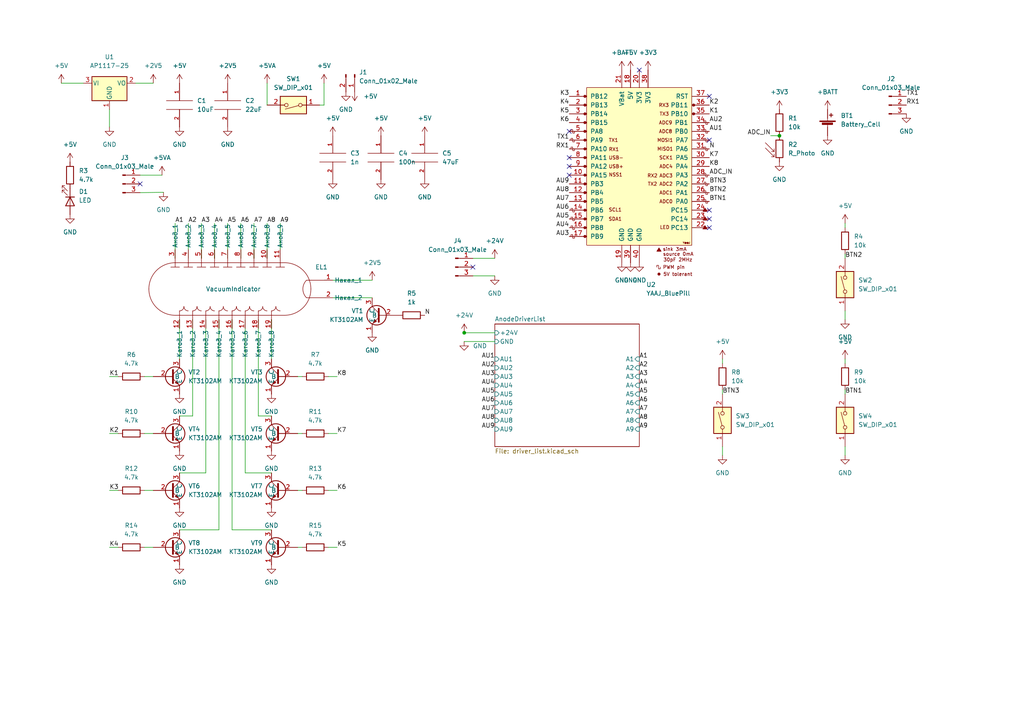
<source format=kicad_sch>
(kicad_sch (version 20211123) (generator eeschema)
  (paper "A4")
  (lib_symbols
    (symbol "Connector:Conn_01x02_Male" (pin_names (offset 1.016) hide)
      (property "Reference" "J" (at 0 2.54 0))
      (property "Value" "Conn_01x02_Male" (at 0 -5.08 0))
      (symbol "Conn_01x02_Male_1_1"
        (polyline (pts (xy 1.27 -2.54) (xy 0.8636 -2.54)) (stroke (width 0.1524)))
        (polyline (pts (xy 1.27 0) (xy 0.8636 0)) (stroke (width 0.1524)))
        (rectangle (start 0.8636 -2.413) (end 0 -2.667) (stroke (width 0.1524)) (fill (type outline)))
        (rectangle (start 0.8636 0.127) (end 0 -0.127) (stroke (width 0.1524)) (fill (type outline)))
        (pin passive line (at 5.08 0 180) (length 3.81) (name "Pin_1") (number "1"))
        (pin passive line (at 5.08 -2.54 180) (length 3.81) (name "Pin_2") (number "2"))
      )
    )
    (symbol "Connector:Conn_01x03_Male" (pin_names (offset 1.016) hide)
      (property "Reference" "J" (at 0 5.08 0))
      (property "Value" "Conn_01x03_Male" (at 0 -5.08 0))
      (symbol "Conn_01x03_Male_1_1"
        (polyline (pts (xy 1.27 -2.54) (xy 0.8636 -2.54)) (stroke (width 0.1524)))
        (polyline (pts (xy 1.27 0) (xy 0.8636 0)) (stroke (width 0.1524)))
        (polyline (pts (xy 1.27 2.54) (xy 0.8636 2.54)) (stroke (width 0.1524)))
        (rectangle (start 0.8636 -2.413) (end 0 -2.667) (stroke (width 0.1524)) (fill (type outline)))
        (rectangle (start 0.8636 0.127) (end 0 -0.127) (stroke (width 0.1524)) (fill (type outline)))
        (rectangle (start 0.8636 2.667) (end 0 2.413) (stroke (width 0.1524)) (fill (type outline)))
        (pin passive line (at 5.08 2.54 180) (length 3.81) (name "Pin_1") (number "1"))
        (pin passive line (at 5.08 0 180) (length 3.81) (name "Pin_2") (number "2"))
        (pin passive line (at 5.08 -2.54 180) (length 3.81) (name "Pin_3") (number "3"))
      )
    )
    (symbol "Device:Battery_Cell" (pin_numbers hide) (pin_names (offset 0) hide)
      (property "Reference" "BT" (at 2.54 2.54 0))
      (property "Value" "Battery_Cell" (at 2.54 0 0))
      (symbol "Battery_Cell_0_1"
        (rectangle (start -2.286 1.778) (end 2.286 1.524) (fill (type outline)))
        (rectangle (start -1.5748 1.1938) (end 1.4732 0.6858) (fill (type outline)))
        (polyline (pts (xy 0 0.762) (xy 0 0)))
        (polyline (pts (xy 0 1.778) (xy 0 2.54)))
        (polyline (pts (xy 0.508 3.429) (xy 1.524 3.429)) (stroke (width 0.254)))
        (polyline (pts (xy 1.016 3.937) (xy 1.016 2.921)) (stroke (width 0.254)))
      )
      (symbol "Battery_Cell_1_1"
        (pin passive line (at 0 5.08 270) (length 2.54) (name "+") (number "1"))
        (pin passive line (at 0 -2.54 90) (length 2.54) (name "-") (number "2"))
      )
    )
    (symbol "Device:LED" (pin_numbers hide) (pin_names (offset 1.016) hide)
      (property "Reference" "D" (at 0 2.54 0))
      (property "Value" "LED" (at 0 -2.54 0))
      (symbol "LED_0_1"
        (polyline (pts (xy -1.27 -1.27) (xy -1.27 1.27)) (stroke (width 0.254)))
        (polyline (pts (xy -1.27 0) (xy 1.27 0)))
        (polyline (pts (xy 1.27 -1.27) (xy 1.27 1.27) (xy -1.27 0) (xy 1.27 -1.27)) (stroke (width 0.254)))
        (polyline (pts (xy -3.048 -0.762) (xy -4.572 -2.286) (xy -3.81 -2.286) (xy -4.572 -2.286) (xy -4.572 -1.524)))
        (polyline (pts (xy -1.778 -0.762) (xy -3.302 -2.286) (xy -2.54 -2.286) (xy -3.302 -2.286) (xy -3.302 -1.524)))
      )
      (symbol "LED_1_1"
        (pin passive line (at -3.81 0 0) (length 2.54) (name "K") (number "1"))
        (pin passive line (at 3.81 0 180) (length 2.54) (name "A") (number "2"))
      )
    )
    (symbol "Device:R" (pin_numbers hide) (pin_names (offset 0))
      (property "Reference" "R" (at 2.032 0 90))
      (property "Value" "R" (at 0 0 90))
      (symbol "R_0_1"
        (rectangle (start -1.016 -2.54) (end 1.016 2.54) (stroke (width 0.254)))
      )
      (symbol "R_1_1"
        (pin passive line (at 0 3.81 270) (length 1.27) (name "~") (number "1"))
        (pin passive line (at 0 -3.81 90) (length 1.27) (name "~") (number "2"))
      )
    )
    (symbol "Device:R_Photo" (pin_numbers hide) (pin_names (offset 0))
      (property "Reference" "R" (at 1.27 1.27 0))
      (property "Value" "R_Photo" (at 1.27 0 0))
      (symbol "R_Photo_0_1"
        (rectangle (start -1.016 2.54) (end 1.016 -2.54) (stroke (width 0.254)))
        (polyline (pts (xy -1.524 -2.286) (xy -4.064 0.254)))
        (polyline (pts (xy -1.524 -2.286) (xy -2.286 -2.286)))
        (polyline (pts (xy -1.524 -2.286) (xy -1.524 -1.524)))
        (polyline (pts (xy -1.524 -0.762) (xy -4.064 1.778)))
        (polyline (pts (xy -1.524 -0.762) (xy -2.286 -0.762)))
        (polyline (pts (xy -1.524 -0.762) (xy -1.524 0)))
      )
      (symbol "R_Photo_1_1"
        (pin passive line (at 0 3.81 270) (length 1.27) (name "~") (number "1"))
        (pin passive line (at 0 -3.81 90) (length 1.27) (name "~") (number "2"))
      )
    )
    (symbol "ProjectLib:KT3102AM"
      (property "Reference" "VT" (at -2.54 5.08 0))
      (property "Value" "KT3102AM" (at 8.89 5.08 0))
      (symbol "KT3102AM_0_1"
        (polyline (pts (xy -0.635 0.635) (xy 1.27 2.54)))
        (polyline (pts (xy -0.635 -0.635) (xy 1.27 -2.54) (xy 1.27 -2.54)))
        (polyline (pts (xy -0.635 1.905) (xy -0.635 -1.905) (xy -0.635 -1.905)) (stroke (width 0.508)))
        (polyline (pts (xy 0 -1.778) (xy 0.508 -1.27) (xy 1.016 -2.286) (xy 0 -1.778) (xy 0 -1.778)) (fill (type outline)))
        (circle (center 0 0) (radius 2.8194) (stroke (width 0.254)))
      )
      (symbol "KT3102AM_1_1"
        (pin passive line (at 1.27 -5.08 90) (length 2.54) (name "E") (number "1"))
        (pin passive line (at -6.35 0 0) (length 5.715) (name "B") (number "2"))
        (pin passive line (at 1.27 5.08 270) (length 2.54) (name "C") (number "3"))
      )
    )
    (symbol "ProjectLib:VacuumIndicator"
      (property "Reference" "EL" (at 22.86 1.27 0))
      (property "Value" "VacuumIndicator" (at 0 -7.62 0))
      (symbol "VacuumIndicator_0_1"
        (arc (start -24.13 -7.62) (mid -21.8982 -13.0082) (end -16.51 -15.24))
        (arc (start -16.51 0) (mid -21.8982 -2.2318) (end -24.13 -7.62))
        (arc (start -15.24 -13.97) (mid -13.072 -14.868) (end -13.97 -12.7))
        (arc (start -13.97 -12.7) (mid -14.868 -14.868) (end -12.7 -13.97))
        (arc (start -11.43 -13.97) (mid -9.262 -14.868) (end -10.16 -12.7))
        (arc (start -10.16 -12.7) (mid -11.058 -14.868) (end -8.89 -13.97))
        (arc (start -7.62 -13.97) (mid -5.452 -14.868) (end -6.35 -12.7))
        (arc (start -6.35 -12.7) (mid -7.248 -14.868) (end -5.08 -13.97))
        (arc (start -3.81 -13.97) (mid -1.642 -14.868) (end -2.54 -12.7))
        (arc (start -2.54 -12.7) (mid -3.438 -14.868) (end -1.27 -13.97))
        (arc (start 0 -13.97) (mid 2.168 -14.868) (end 1.27 -12.7))
        (polyline (pts (xy -16.51 -15.24) (xy -3.81 -15.24)))
        (polyline (pts (xy -16.51 0) (xy -3.81 0)))
        (polyline (pts (xy -15.24 -13.97) (xy -15.24 -16.51)))
        (polyline (pts (xy -11.43 -13.97) (xy -11.43 -16.51)))
        (polyline (pts (xy -7.62 -13.97) (xy -7.62 -16.51)))
        (polyline (pts (xy -3.81 -13.97) (xy -3.81 -16.51)))
        (polyline (pts (xy 0 -13.97) (xy 0 -16.51)))
        (polyline (pts (xy 3.81 -13.97) (xy 3.81 -16.51)))
        (polyline (pts (xy 7.62 -13.97) (xy 7.62 -16.51)))
        (polyline (pts (xy 11.43 -13.97) (xy 11.43 -16.51)))
        (polyline (pts (xy 15.24 -15.24) (xy -3.8102 -15.2398)))
        (polyline (pts (xy 15.24 0) (xy -3.8102 0.0002)))
        (polyline (pts (xy 21.59 -10.16) (xy 26.67 -10.16)))
        (polyline (pts (xy 21.59 -5.08) (xy 26.67 -5.08)))
        (polyline (pts (xy -16.51 1.27) (xy -16.51 -1.27) (xy -17.78 -1.27) (xy -15.24 -1.27)))
        (polyline (pts (xy -12.7 1.27) (xy -12.7 -1.27) (xy -13.97 -1.27) (xy -11.43 -1.27)))
        (polyline (pts (xy -8.89 1.27) (xy -8.89 -1.27) (xy -10.16 -1.27) (xy -7.62 -1.27)))
        (polyline (pts (xy -5.08 1.27) (xy -5.08 -1.27) (xy -6.35 -1.27) (xy -3.81 -1.27)))
        (polyline (pts (xy -1.27 1.27) (xy -1.27 -1.27) (xy -2.54 -1.27) (xy 0 -1.27)))
        (polyline (pts (xy 2.54 1.27) (xy 2.54 -1.27) (xy 1.27 -1.27) (xy 3.81 -1.27)))
        (polyline (pts (xy 6.35 1.27) (xy 6.35 -1.27) (xy 5.08 -1.27) (xy 7.62 -1.27)))
        (polyline (pts (xy 10.16 1.27) (xy 10.16 -1.27) (xy 8.89 -1.27) (xy 11.43 -1.27)))
        (polyline (pts (xy 13.97 1.27) (xy 13.97 -1.27) (xy 12.7 -1.27) (xy 15.24 -1.27)))
        (arc (start 1.27 -12.7) (mid 0.372 -14.868) (end 2.54 -13.97))
        (arc (start 3.81 -13.97) (mid 5.978 -14.868) (end 5.08 -12.7))
        (arc (start 5.08 -12.7) (mid 4.182 -14.868) (end 6.35 -13.97))
        (arc (start 7.62 -13.97) (mid 9.788 -14.868) (end 8.89 -12.7))
        (arc (start 8.89 -12.7) (mid 7.992 -14.868) (end 10.16 -13.97))
        (arc (start 11.43 -13.97) (mid 13.598 -14.868) (end 12.7 -12.7))
        (arc (start 12.7 -12.7) (mid 11.802 -14.868) (end 13.97 -13.97))
        (arc (start 15.2398 -15.2398) (mid 20.628 -13.008) (end 22.8598 -7.6198))
        (arc (start 21.59 -5.08) (mid 20.5379 -7.62) (end 21.59 -10.16))
        (arc (start 22.8598 -7.6198) (mid 20.628 -2.2316) (end 15.2398 0.0002))
      )
      (symbol "VacuumIndicator_1_1"
        (pin power_in line (at 26.67 -5.08 0) (length 2.54) (name "Накал_1") (number "1"))
        (pin input line (at 10.16 1.27 90) (length 2.54) (name "Анод_8") (number "10"))
        (pin input line (at 13.97 1.27 90) (length 2.54) (name "Анод_9") (number "11"))
        (pin input line (at -15.24 -16.51 270) (length 2.54) (name "Катод_1") (number "12"))
        (pin input line (at -11.43 -16.51 270) (length 2.54) (name "Катод_2") (number "13"))
        (pin input line (at -7.62 -16.51 270) (length 2.54) (name "Катод_3") (number "14"))
        (pin input line (at -3.81 -16.51 270) (length 2.54) (name "Катод_4") (number "15"))
        (pin input line (at 0 -16.51 270) (length 2.54) (name "Катод_5") (number "16"))
        (pin input line (at 3.81 -16.51 270) (length 2.54) (name "Катод_6") (number "17"))
        (pin input line (at 7.62 -16.51 270) (length 2.54) (name "Катод_7") (number "18"))
        (pin input line (at 11.43 -16.51 270) (length 2.54) (name "Катод_8") (number "19"))
        (pin power_in line (at 26.67 -10.16 0) (length 2.54) (name "Накал_2") (number "2"))
        (pin input line (at -16.51 1.27 90) (length 2.54) (name "Анод_1") (number "3"))
        (pin input line (at -12.7 1.27 90) (length 2.54) (name "Анод_2") (number "4"))
        (pin input line (at -8.89 1.27 90) (length 2.54) (name "Анод_3") (number "5"))
        (pin input line (at -5.08 1.27 90) (length 2.54) (name "Анод_4") (number "6"))
        (pin input line (at -1.27 1.27 90) (length 2.54) (name "Анод_5") (number "7"))
        (pin input line (at 2.54 1.27 90) (length 2.54) (name "Анод_6") (number "8"))
        (pin input line (at 6.35 1.27 90) (length 2.54) (name "Анод_7") (number "9"))
      )
    )
    (symbol "ProjectLib:YAAJ_BluePill" (pin_names (offset 1.016))
      (property "Reference" "U" (at -13.97 24.13 0))
      (property "Value" "YAAJ_BluePill" (at 0 6.35 90))
      (symbol "YAAJ_BluePill_0_0"
        (circle (center -15.748 -20.32) (radius 0.3556) (fill (type outline)))
        (circle (center -15.748 -17.78) (radius 0.3556) (fill (type outline)))
        (circle (center -15.748 -15.24) (radius 0.3556) (fill (type outline)))
        (circle (center -15.748 -12.7) (radius 0.3556) (fill (type outline)))
        (circle (center -15.748 -10.16) (radius 0.3556) (fill (type outline)))
        (circle (center -15.748 -7.62) (radius 0.3556) (fill (type outline)))
        (circle (center -15.748 -5.08) (radius 0.3556) (fill (type outline)))
        (circle (center -15.748 -2.54) (radius 0.3556) (fill (type outline)))
        (circle (center -15.748 0) (radius 0.3556) (fill (type outline)))
        (circle (center -15.748 2.54) (radius 0.3556) (fill (type outline)))
        (circle (center -15.748 5.08) (radius 0.3556) (fill (type outline)))
        (circle (center -15.748 7.62) (radius 0.3556) (fill (type outline)))
        (circle (center -15.748 10.16) (radius 0.3556) (fill (type outline)))
        (circle (center -15.748 12.7) (radius 0.3556) (fill (type outline)))
        (circle (center -15.748 15.24) (radius 0.3556) (fill (type outline)))
        (circle (center -15.748 20.32) (radius 0.3556) (fill (type outline)))
        (polyline (pts (xy 5.08 -24.638) (xy 5.715 -23.622) (xy 6.35 -24.638) (xy 5.08 -24.638) (xy 5.715 -23.749) (xy 6.223 -24.638) (xy 5.207 -24.511) (xy 5.715 -23.876) (xy 6.096 -24.638) (xy 5.334 -24.384) (xy 5.842 -24.003) (xy 5.969 -24.638) (xy 5.461 -24.257) (xy 5.969 -24.13) (xy 5.842 -24.511) (xy 5.588 -24.257) (xy 5.842 -24.384) (xy 5.715 -24.13)))
        (polyline (pts (xy 18.415 -18.161) (xy 19.05 -17.145) (xy 19.685 -18.161) (xy 18.415 -18.161) (xy 19.05 -17.272) (xy 19.558 -18.161) (xy 18.542 -18.034) (xy 19.05 -17.399) (xy 19.431 -18.161) (xy 18.669 -17.907) (xy 19.177 -17.526) (xy 19.304 -18.161) (xy 18.796 -17.78) (xy 19.304 -17.653) (xy 19.177 -18.034) (xy 18.923 -17.78) (xy 19.177 -17.907) (xy 19.05 -17.653)))
        (polyline (pts (xy 18.415 -15.621) (xy 19.05 -14.605) (xy 19.685 -15.621) (xy 18.415 -15.621) (xy 19.05 -14.732) (xy 19.558 -15.621) (xy 18.542 -15.494) (xy 19.05 -14.859) (xy 19.431 -15.621) (xy 18.669 -15.367) (xy 19.177 -14.986) (xy 19.304 -15.621) (xy 18.796 -15.24) (xy 19.304 -15.113) (xy 19.177 -15.494) (xy 18.923 -15.24) (xy 19.177 -15.367) (xy 19.05 -15.113)))
        (polyline (pts (xy 18.415 -13.081) (xy 19.05 -12.065) (xy 19.685 -13.081) (xy 18.415 -13.081) (xy 19.05 -12.192) (xy 19.558 -13.081) (xy 18.542 -12.954) (xy 19.05 -12.319) (xy 19.431 -13.081) (xy 18.669 -12.827) (xy 19.177 -12.446) (xy 19.304 -13.081) (xy 18.796 -12.7) (xy 19.304 -12.573) (xy 19.177 -12.954) (xy 18.923 -12.7) (xy 19.177 -12.827) (xy 19.05 -12.573)))
        (circle (center 5.715 -31.242) (radius 0.127) (fill (type outline)))
        (circle (center 5.715 -31.242) (radius 0.254))
        (circle (center 5.715 -31.242) (radius 0.3556))
        (circle (center 15.748 15.24) (radius 0.254) (fill (type outline)))
        (circle (center 15.748 15.24) (radius 0.3556))
        (circle (center 15.748 17.78) (radius 0.254) (fill (type outline)))
        (circle (center 15.748 17.78) (radius 0.3556))
        (text "30pF 2MHz" (at 11.176 -27.051 0) (effects (font (size 0.9906 0.9906))))
        (text "5V tolerant" (at 11.176 -31.242 0) (effects (font (size 0.9906 0.9906))))
        (text "ADC0" (at 7.747 -10.16 0) (effects (font (size 0.9906 0.9906))))
        (text "ADC1" (at 7.747 -7.62 0) (effects (font (size 0.9906 0.9906))))
        (text "ADC2" (at 7.747 -5.08 0) (effects (font (size 0.9906 0.9906))))
        (text "ADC3" (at 7.747 -2.667 0) (effects (font (size 0.9906 0.9906))))
        (text "ADC4" (at 7.747 0 0) (effects (font (size 0.9906 0.9906))))
        (text "ADC8" (at 7.62 10.16 0) (effects (font (size 0.9906 0.9906))))
        (text "ADC9" (at 7.62 12.7 0) (effects (font (size 0.9906 0.9906))))
        (text "LED" (at 7.366 -17.653 0) (effects (font (size 0.9906 0.9906))))
        (text "MISO1" (at 7.493 5.08 0) (effects (font (size 0.9906 0.9906))))
        (text "MOSI1" (at 7.493 7.62 0) (effects (font (size 0.9906 0.9906))))
        (text "NSS1" (at -6.858 -2.413 0) (effects (font (size 0.9906 0.9906))))
        (text "PWM pin" (at 10.033 -29.21 0) (effects (font (size 0.9906 0.9906))))
        (text "RX1" (at -7.366 4.953 0) (effects (font (size 0.9906 0.9906))))
        (text "RX2" (at 3.81 -2.667 0) (effects (font (size 0.9906 0.9906))))
        (text "RX3" (at 7.112 17.78 0) (effects (font (size 0.9906 0.9906))))
        (text "SCK1" (at 7.747 2.54 0) (effects (font (size 0.9906 0.9906))))
        (text "SCL1" (at -6.985 -12.573 0) (effects (font (size 0.9906 0.9906))))
        (text "SDA1" (at -6.985 -15.24 0) (effects (font (size 0.9906 0.9906))))
        (text "sink 3mA" (at 10.287 -24.003 0) (effects (font (size 0.9906 0.9906))))
        (text "source 0mA" (at 11.303 -25.4 0) (effects (font (size 0.9906 0.9906))))
        (text "TX1" (at -7.493 7.62 0) (effects (font (size 0.9906 0.9906))))
        (text "TX2" (at 3.81 -5.08 0) (effects (font (size 0.9906 0.9906))))
        (text "TX3" (at 7.239 15.24 0) (effects (font (size 0.9906 0.9906))))
        (text "USB+" (at -6.731 0 0) (effects (font (size 0.9906 0.9906))))
        (text "USB-" (at -6.731 2.54 0) (effects (font (size 0.9906 0.9906))))
        (text "Y@@J" (at 13.6906 -22.1488 0) (effects (font (size 0.508 0.508))))
      )
      (symbol "YAAJ_BluePill_0_1"
        (rectangle (start -15.24 22.86) (end 15.24 -22.86) (fill (type background)))
        (polyline (pts (xy -18.796 -20.32) (xy -18.796 -20.828) (xy -19.304 -20.828) (xy -19.304 -19.812) (xy -19.812 -19.812) (xy -19.812 -20.32)))
        (polyline (pts (xy -18.796 -17.78) (xy -18.796 -18.288) (xy -19.304 -18.288) (xy -19.304 -17.272) (xy -19.812 -17.272) (xy -19.812 -17.78)))
        (polyline (pts (xy -18.796 -15.24) (xy -18.796 -15.748) (xy -19.304 -15.748) (xy -19.304 -14.732) (xy -19.812 -14.732) (xy -19.812 -15.24)))
        (polyline (pts (xy -18.796 -12.7) (xy -18.796 -13.208) (xy -19.304 -13.208) (xy -19.304 -12.192) (xy -19.812 -12.192) (xy -19.812 -12.7)))
        (polyline (pts (xy -18.796 5.08) (xy -18.796 4.572) (xy -19.304 4.572) (xy -19.304 5.588) (xy -19.812 5.588) (xy -19.812 5.08)))
        (polyline (pts (xy -18.796 7.62) (xy -18.796 7.112) (xy -19.304 7.112) (xy -19.304 8.128) (xy -19.812 8.128) (xy -19.812 7.62)))
        (polyline (pts (xy -18.796 10.16) (xy -18.796 9.652) (xy -19.304 9.652) (xy -19.304 10.668) (xy -19.812 10.668) (xy -19.812 10.16)))
        (polyline (pts (xy 6.096 -29.21) (xy 6.096 -29.718) (xy 5.588 -29.718) (xy 5.588 -28.702) (xy 5.08 -28.702) (xy 5.08 -29.21)))
        (polyline (pts (xy 19.812 -10.16) (xy 19.812 -10.668) (xy 19.304 -10.668) (xy 19.304 -9.652) (xy 18.796 -9.652) (xy 18.796 -10.16)))
        (polyline (pts (xy 19.812 -7.62) (xy 19.812 -8.128) (xy 19.304 -8.128) (xy 19.304 -7.112) (xy 18.796 -7.112) (xy 18.796 -7.62)))
        (polyline (pts (xy 19.812 -5.08) (xy 19.812 -5.588) (xy 19.304 -5.588) (xy 19.304 -4.572) (xy 18.796 -4.572) (xy 18.796 -5.08)))
        (polyline (pts (xy 19.812 -2.54) (xy 19.812 -3.048) (xy 19.304 -3.048) (xy 19.304 -2.032) (xy 18.796 -2.032) (xy 18.796 -2.54)))
        (polyline (pts (xy 19.812 5.08) (xy 19.812 4.572) (xy 19.304 4.572) (xy 19.304 5.588) (xy 18.796 5.588) (xy 18.796 5.08)))
        (polyline (pts (xy 19.812 7.62) (xy 19.812 7.112) (xy 19.304 7.112) (xy 19.304 8.128) (xy 18.796 8.128) (xy 18.796 7.62)))
        (polyline (pts (xy 19.812 10.16) (xy 19.812 9.652) (xy 19.304 9.652) (xy 19.304 10.668) (xy 18.796 10.668) (xy 18.796 10.16)))
        (polyline (pts (xy 19.812 12.7) (xy 19.812 12.192) (xy 19.304 12.192) (xy 19.304 13.208) (xy 18.796 13.208) (xy 18.796 12.7)))
      )
      (symbol "YAAJ_BluePill_1_1"
        (circle (center -15.748 17.78) (radius 0.3556) (fill (type outline)))
        (pin bidirectional line (at -20.32 20.32 0) (length 5.08) (name "PB12") (number "1"))
        (pin bidirectional line (at -20.32 -2.54 0) (length 5.08) (name "PA15") (number "10"))
        (pin bidirectional line (at -20.32 -5.08 0) (length 5.08) (name "PB3") (number "11"))
        (pin bidirectional line (at -20.32 -7.62 0) (length 5.08) (name "PB4") (number "12"))
        (pin bidirectional line (at -20.32 -10.16 0) (length 5.08) (name "PB5") (number "13"))
        (pin bidirectional line (at -20.32 -12.7 0) (length 5.08) (name "PB6") (number "14"))
        (pin bidirectional line (at -20.32 -15.24 0) (length 5.08) (name "PB7") (number "15"))
        (pin bidirectional line (at -20.32 -17.78 0) (length 5.08) (name "PB8") (number "16"))
        (pin bidirectional line (at -20.32 -20.32 0) (length 5.08) (name "PB9") (number "17"))
        (pin power_in line (at -2.54 27.94 270) (length 5.08) (name "5V") (number "18"))
        (pin power_in line (at -5.08 -27.94 90) (length 5.08) (name "GND") (number "19"))
        (pin bidirectional line (at -20.32 17.78 0) (length 5.08) (name "PB13") (number "2"))
        (pin power_in line (at 0 27.94 270) (length 5.08) (name "3V3") (number "20"))
        (pin power_in line (at -5.08 27.94 270) (length 5.08) (name "VBat") (number "21"))
        (pin bidirectional line (at 20.32 -17.78 180) (length 5.08) (name "PC13") (number "22"))
        (pin bidirectional line (at 20.32 -15.24 180) (length 5.08) (name "PC14") (number "23"))
        (pin bidirectional line (at 20.32 -12.7 180) (length 5.08) (name "PC15") (number "24"))
        (pin bidirectional line (at 20.32 -10.16 180) (length 5.08) (name "PA0") (number "25"))
        (pin bidirectional line (at 20.32 -7.62 180) (length 5.08) (name "PA1") (number "26"))
        (pin bidirectional line (at 20.32 -5.08 180) (length 5.08) (name "PA2") (number "27"))
        (pin bidirectional line (at 20.32 -2.54 180) (length 5.08) (name "PA3") (number "28"))
        (pin bidirectional line (at 20.32 0 180) (length 5.08) (name "PA4") (number "29"))
        (pin bidirectional line (at -20.32 15.24 0) (length 5.08) (name "PB14") (number "3"))
        (pin bidirectional line (at 20.32 2.54 180) (length 5.08) (name "PA5") (number "30"))
        (pin bidirectional line (at 20.32 5.08 180) (length 5.08) (name "PA6") (number "31"))
        (pin bidirectional line (at 20.32 7.62 180) (length 5.08) (name "PA7") (number "32"))
        (pin bidirectional line (at 20.32 10.16 180) (length 5.08) (name "PB0") (number "33"))
        (pin bidirectional line (at 20.32 12.7 180) (length 5.08) (name "PB1") (number "34"))
        (pin bidirectional line (at 20.32 15.24 180) (length 5.08) (name "PB10") (number "35"))
        (pin bidirectional line (at 20.32 17.78 180) (length 5.08) (name "PB11") (number "36"))
        (pin input line (at 20.32 20.32 180) (length 5.08) (name "RST") (number "37"))
        (pin power_in line (at 2.54 27.94 270) (length 5.08) (name "3V3") (number "38"))
        (pin power_in line (at -2.54 -27.94 90) (length 5.08) (name "GND") (number "39"))
        (pin bidirectional line (at -20.32 12.7 0) (length 5.08) (name "PB15") (number "4"))
        (pin power_in line (at 0 -27.94 90) (length 5.08) (name "GND") (number "40"))
        (pin bidirectional line (at -20.32 10.16 0) (length 5.08) (name "PA8") (number "5"))
        (pin bidirectional line (at -20.32 7.62 0) (length 5.08) (name "PA9") (number "6"))
        (pin bidirectional line (at -20.32 5.08 0) (length 5.08) (name "PA10") (number "7"))
        (pin bidirectional line (at -20.32 2.54 0) (length 5.08) (name "PA11") (number "8"))
        (pin bidirectional line (at -20.32 0 0) (length 5.08) (name "PA12") (number "9"))
      )
    )
    (symbol "Regulator_Linear:AP1117-25" (pin_names (offset 0.254))
      (property "Reference" "U" (at -3.81 3.175 0))
      (property "Value" "AP1117-25" (at 0 3.175 0))
      (symbol "AP1117-25_0_1"
        (rectangle (start -5.08 -5.08) (end 5.08 1.905) (stroke (width 0.254)) (fill (type background)))
      )
      (symbol "AP1117-25_1_1"
        (pin power_in line (at 0 -7.62 90) (length 2.54) (name "GND") (number "1"))
        (pin power_out line (at 7.62 0 180) (length 2.54) (name "VO") (number "2"))
        (pin power_in line (at -7.62 0 0) (length 2.54) (name "VI") (number "3"))
      )
    )
    (symbol "Switch:SW_DIP_x01" (pin_names (offset 0) hide)
      (property "Reference" "SW" (at 0 3.81 0))
      (property "Value" "SW_DIP_x01" (at 0 -3.81 0))
      (symbol "SW_DIP_x01_0_0"
        (circle (center -2.032 0) (radius 0.508))
        (polyline (pts (xy -1.524 0.127) (xy 2.3622 1.1684)))
        (circle (center 2.032 0) (radius 0.508))
      )
      (symbol "SW_DIP_x01_0_1"
        (rectangle (start -3.81 2.54) (end 3.81 -2.54) (stroke (width 0.254)) (fill (type background)))
      )
      (symbol "SW_DIP_x01_1_1"
        (pin passive line (at -7.62 0 0) (length 5.08) (name "~") (number "1"))
        (pin passive line (at 7.62 0 180) (length 5.08) (name "~") (number "2"))
      )
    )
    (symbol "power:+24V" (power) (pin_names (offset 0))
      (property "Value" "+24V" (at 0 3.556 0))
      (symbol "+24V_0_1"
        (polyline (pts (xy -0.762 1.27) (xy 0 2.54)))
        (polyline (pts (xy 0 0) (xy 0 2.54)))
        (polyline (pts (xy 0 2.54) (xy 0.762 1.27)))
      )
      (symbol "+24V_1_1"
        (pin power_in line (at 0 0 90) (length 0) hide (name "+24V") (number "1"))
      )
    )
    (symbol "power:+2V5" (power) (pin_names (offset 0))
      (property "Value" "+2V5" (at 0 3.556 0))
      (symbol "+2V5_0_1"
        (polyline (pts (xy -0.762 1.27) (xy 0 2.54)))
        (polyline (pts (xy 0 0) (xy 0 2.54)))
        (polyline (pts (xy 0 2.54) (xy 0.762 1.27)))
      )
      (symbol "+2V5_1_1"
        (pin power_in line (at 0 0 90) (length 0) hide (name "+2V5") (number "1"))
      )
    )
    (symbol "power:+3V3" (power) (pin_names (offset 0))
      (property "Value" "+3V3" (at 0 3.556 0))
      (symbol "+3V3_0_1"
        (polyline (pts (xy -0.762 1.27) (xy 0 2.54)))
        (polyline (pts (xy 0 0) (xy 0 2.54)))
        (polyline (pts (xy 0 2.54) (xy 0.762 1.27)))
      )
      (symbol "+3V3_1_1"
        (pin power_in line (at 0 0 90) (length 0) hide (name "+3V3") (number "1"))
      )
    )
    (symbol "power:+5V" (power) (pin_names (offset 0))
      (property "Value" "+5V" (at 0 3.556 0))
      (symbol "+5V_0_1"
        (polyline (pts (xy -0.762 1.27) (xy 0 2.54)))
        (polyline (pts (xy 0 0) (xy 0 2.54)))
        (polyline (pts (xy 0 2.54) (xy 0.762 1.27)))
      )
      (symbol "+5V_1_1"
        (pin power_in line (at 0 0 90) (length 0) hide (name "+5V") (number "1"))
      )
    )
    (symbol "power:+5VA" (power) (pin_names (offset 0))
      (property "Value" "+5VA" (at 0 3.556 0))
      (symbol "+5VA_0_1"
        (polyline (pts (xy -0.762 1.27) (xy 0 2.54)))
        (polyline (pts (xy 0 0) (xy 0 2.54)))
        (polyline (pts (xy 0 2.54) (xy 0.762 1.27)))
      )
      (symbol "+5VA_1_1"
        (pin power_in line (at 0 0 90) (length 0) hide (name "+5VA") (number "1"))
      )
    )
    (symbol "power:+BATT" (power) (pin_names (offset 0))
      (property "Value" "+BATT" (at 0 3.556 0))
      (symbol "+BATT_0_1"
        (polyline (pts (xy -0.762 1.27) (xy 0 2.54)))
        (polyline (pts (xy 0 0) (xy 0 2.54)))
        (polyline (pts (xy 0 2.54) (xy 0.762 1.27)))
      )
      (symbol "+BATT_1_1"
        (pin power_in line (at 0 0 90) (length 0) hide (name "+BATT") (number "1"))
      )
    )
    (symbol "power:GND" (power) (pin_names (offset 0))
      (property "Value" "GND" (at 0 -3.81 0))
      (symbol "GND_0_1"
        (polyline (pts (xy 0 0) (xy 0 -1.27) (xy 1.27 -1.27) (xy 0 -2.54) (xy -1.27 -1.27) (xy 0 -1.27)))
      )
      (symbol "GND_1_1"
        (pin power_in line (at 0 0 270) (length 0) hide (name "GND") (number "1"))
      )
    )
    (symbol "pspice:CAP" (pin_names (offset 0.254))
      (property "Reference" "C" (at 2.54 3.81 90))
      (property "Value" "CAP" (at 2.54 -3.81 90))
      (symbol "CAP_0_1"
        (polyline (pts (xy -3.81 -1.27) (xy 3.81 -1.27)))
        (polyline (pts (xy -3.81 1.27) (xy 3.81 1.27)))
      )
      (symbol "CAP_1_1"
        (pin passive line (at 0 6.35 270) (length 5.08) (name "~") (number "1"))
        (pin passive line (at 0 -6.35 90) (length 5.08) (name "~") (number "2"))
      )
    )
  )
  (junction (at 226.06 39.37))
  (junction (at 134.6445 96.52))
  (no_connect (at 205.74 60.96))
  (no_connect (at 137.16 77.47))
  (no_connect (at 205.74 40.64))
  (no_connect (at 40.64 53.34))
  (no_connect (at 185.42 20.32))
  (no_connect (at 165.1 45.72))
  (no_connect (at 205.74 66.04))
  (no_connect (at 165.1 38.1))
  (no_connect (at 165.1 50.8))
  (no_connect (at 165.1 48.26))
  (no_connect (at 205.74 63.5))
  (no_connect (at 205.74 27.94))
  (wire (pts (xy 209.55 113.03) (xy 209.55 114.3)))
  (wire (pts (xy 134.6445 96.52) (xy 143.51 96.52)))
  (wire (pts (xy 209.55 104.14) (xy 209.55 105.41)))
  (wire (pts (xy 66.04 64.77) (xy 66.04 74.93)))
  (wire (pts (xy 59.69 137.16) (xy 59.69 92.71)))
  (wire (pts (xy 39.37 24.13) (xy 44.45 24.13)))
  (wire (pts (xy 97.79 158.75) (xy 95.25 158.75)))
  (wire (pts (xy 31.75 142.24) (xy 34.29 142.24)))
  (wire (pts (xy 223.52 39.37) (xy 226.06 39.37)))
  (wire (pts (xy 78.74 92.71) (xy 78.74 104.14)))
  (wire (pts (xy 87.63 109.22) (xy 86.36 109.22)))
  (wire (pts (xy 93.98 30.48) (xy 93.98 24.13)))
  (wire (pts (xy 31.75 158.75) (xy 34.29 158.75)))
  (wire (pts (xy 71.12 92.71) (xy 71.12 137.16)))
  (wire (pts (xy 134.62 96.52) (xy 134.6445 96.52)))
  (wire (pts (xy 77.47 30.48) (xy 77.47 24.13)))
  (wire (pts (xy 74.93 120.65) (xy 78.74 120.65)))
  (wire (pts (xy 73.66 64.77) (xy 73.66 74.93)))
  (wire (pts (xy 52.07 137.16) (xy 59.69 137.16)))
  (wire (pts (xy 31.75 109.22) (xy 34.29 109.22)))
  (wire (pts (xy 31.75 36.83) (xy 31.75 31.75)))
  (wire (pts (xy 52.07 92.71) (xy 52.07 104.14)))
  (wire (pts (xy 41.91 109.22) (xy 44.45 109.22)))
  (wire (pts (xy 245.11 132.08) (xy 245.11 129.54)))
  (wire (pts (xy 62.23 64.77) (xy 62.23 74.93)))
  (wire (pts (xy 74.93 92.71) (xy 74.93 120.65)))
  (wire (pts (xy 93.98 81.28) (xy 107.95 81.28)))
  (wire (pts (xy 50.8 64.77) (xy 50.8 74.93)))
  (wire (pts (xy 31.75 125.73) (xy 34.29 125.73)))
  (wire (pts (xy 87.63 125.73) (xy 86.36 125.73)))
  (wire (pts (xy 71.12 137.16) (xy 78.74 137.16)))
  (wire (pts (xy 97.79 109.22) (xy 95.25 109.22)))
  (wire (pts (xy 41.91 158.75) (xy 44.45 158.75)))
  (wire (pts (xy 209.55 129.54) (xy 209.55 132.08)))
  (wire (pts (xy 40.64 50.8) (xy 46.99 50.8)))
  (wire (pts (xy 52.07 120.65) (xy 55.88 120.65)))
  (wire (pts (xy 77.47 64.77) (xy 77.47 74.93)))
  (wire (pts (xy 245.11 104.14) (xy 245.11 105.41)))
  (wire (pts (xy 58.42 64.77) (xy 58.42 74.93)))
  (wire (pts (xy 40.64 55.88) (xy 47.4131 55.7717)))
  (wire (pts (xy 67.31 153.67) (xy 78.74 153.67)))
  (wire (pts (xy 245.11 64.77) (xy 245.11 66.04)))
  (wire (pts (xy 81.28 64.77) (xy 81.28 74.93)))
  (wire (pts (xy 87.63 158.75) (xy 86.36 158.75)))
  (wire (pts (xy 63.5 153.67) (xy 63.5 92.71)))
  (wire (pts (xy 97.79 125.73) (xy 95.25 125.73)))
  (wire (pts (xy 17.78 24.13) (xy 24.13 24.13)))
  (wire (pts (xy 41.91 142.24) (xy 44.45 142.24)))
  (wire (pts (xy 69.85 64.77) (xy 69.85 74.93)))
  (wire (pts (xy 52.07 153.67) (xy 63.5 153.67)))
  (wire (pts (xy 245.11 113.03) (xy 245.11 114.3)))
  (wire (pts (xy 137.16 80.01) (xy 143.51 80.01)))
  (wire (pts (xy 92.71 30.48) (xy 93.98 30.48)))
  (wire (pts (xy 67.31 92.71) (xy 67.31 153.67)))
  (wire (pts (xy 41.91 125.73) (xy 44.45 125.73)))
  (wire (pts (xy 134.62 99.06) (xy 143.51 99.06)))
  (wire (pts (xy 245.11 73.66) (xy 245.11 74.93)))
  (wire (pts (xy 87.63 142.24) (xy 86.36 142.24)))
  (wire (pts (xy 245.11 92.71) (xy 245.11 90.17)))
  (wire (pts (xy 55.88 120.65) (xy 55.88 92.71)))
  (wire (pts (xy 143.51 74.93) (xy 137.16 74.93)))
  (wire (pts (xy 97.79 142.24) (xy 95.25 142.24)))
  (wire (pts (xy 93.98 86.36) (xy 107.95 86.36)))
  (wire (pts (xy 54.61 64.77) (xy 54.61 74.93)))
  (label "K2" (at 205.74 30.48 0))
  (label "AU6" (at 143.51 116.84 180))
  (label "AU8" (at 143.51 121.92 180))
  (label "A1" (at 185.42 104.14 0))
  (label "RX1" (at 165.1 43.18 180))
  (label "AU5" (at 165.1 63.5 180))
  (label "BTN2" (at 205.74 55.88 0))
  (label "K2" (at 31.75 125.73 0))
  (label "A9" (at 81.28 64.77 0))
  (label "K3" (at 165.1 27.94 180))
  (label "A2" (at 54.61 64.77 0))
  (label "AU2" (at 205.74 35.56 0))
  (label "AU9" (at 165.1 53.34 180))
  (label "K5" (at 97.79 158.75 0))
  (label "K1" (at 205.74 33.02 0))
  (label "A8" (at 185.42 121.92 0))
  (label "K8" (at 97.79 109.22 0))
  (label "BTN1" (at 205.74 58.42 0))
  (label "K3" (at 31.75 142.24 0))
  (label "A4" (at 62.23 64.77 0))
  (label "AU9" (at 143.51 124.46 180))
  (label "N" (at 205.74 43.18 0))
  (label "AU1" (at 205.74 38.1 0))
  (label "AU7" (at 165.1 58.42 180))
  (label "TX1" (at 262.89 27.94 0))
  (label "K6" (at 97.79 142.24 0))
  (label "ADC_IN" (at 205.74 50.8 0))
  (label "K6" (at 165.1 35.56 180))
  (label "A8" (at 77.47 64.77 0))
  (label "N" (at 123.19 91.44 0))
  (label "BTN1" (at 245.11 114.3 0))
  (label "BTN3" (at 205.74 53.34 0))
  (label "AU4" (at 143.51 111.76 180))
  (label "A3" (at 185.42 109.22 0))
  (label "BTN3" (at 209.55 114.3 0))
  (label "K7" (at 205.74 45.72 0))
  (label "K1" (at 31.75 109.22 0))
  (label "K4" (at 31.75 158.75 0))
  (label "A4" (at 185.42 111.76 0))
  (label "A9" (at 185.42 124.46 0))
  (label "A2" (at 185.42 106.68 0))
  (label "A7" (at 185.42 119.38 0))
  (label "BTN2" (at 245.11 74.93 0))
  (label "A1" (at 50.8 64.77 0))
  (label "K8" (at 205.74 48.26 0))
  (label "K7" (at 97.79 125.73 0))
  (label "K4" (at 165.1 30.48 180))
  (label "A3" (at 58.42 64.77 0))
  (label "RX1" (at 262.89 30.48 0))
  (label "AU2" (at 143.51 106.68 180))
  (label "A5" (at 185.42 114.3 0))
  (label "AU6" (at 165.1 60.96 180))
  (label "A6" (at 185.42 116.84 0))
  (label "AU8" (at 165.1 55.88 180))
  (label "A5" (at 66.04 64.77 0))
  (label "ADC_IN" (at 223.52 39.37 180))
  (label "A6" (at 69.85 64.77 0))
  (label "TX1" (at 165.1 40.64 180))
  (label "AU3" (at 143.51 109.22 180))
  (label "AU7" (at 143.51 119.38 180))
  (label "A7" (at 73.66 64.77 0))
  (label "AU4" (at 165.1 66.04 180))
  (label "AU3" (at 165.1 68.58 180))
  (label "AU1" (at 143.51 104.14 180))
  (label "AU5" (at 143.51 114.3 180))
  (label "K5" (at 165.1 33.02 180))
  (symbol (lib_id "power:GND") (at 78.74 130.81 0) (unit 1)
    (property "Reference" "#PWR046" (effects hide))
    (property "Value" "GND" (at 78.74 135.89 0))
  )
  (symbol (lib_id "ProjectLib:VacuumIndicator") (at 67.31 76.2 0) (unit 1)
    (property "Reference" "EL1" (at 91.44 77.47 0) (effects (justify left)))
    (property "Value" "VacuumIndicator" (at 59.69 83.82 0) (effects (justify left)))
    (property "Footprint" "ProjectLibrary:VauumIndicator_ILC_8-9" (effects hide))
  )
  (symbol (lib_id "power:GND") (at 52.07 163.83 0) (unit 1)
    (property "Reference" "#PWR051" (effects hide))
    (property "Value" "GND" (at 52.07 168.91 0))
  )
  (symbol (lib_id "ProjectLib:KT3102AM") (at 80.01 142.24 0) (mirror y) (unit 1)
    (property "Reference" "VT7" (at 76.2 140.9699 0) (effects (justify left)))
    (property "Value" "KT3102AM" (at 76.2 143.5099 0) (effects (justify left)))
    (property "Footprint" "Package_TO_SOT_THT:TO-92_HandSolder" (effects hide))
  )
  (symbol (lib_id "ProjectLib:KT3102AM") (at 50.8 158.75 0) (unit 1)
    (property "Reference" "VT8" (at 54.61 157.4799 0) (effects (justify left)))
    (property "Value" "KT3102AM" (at 54.61 160.0199 0) (effects (justify left)))
    (property "Footprint" "Package_TO_SOT_THT:TO-92_HandSolder" (effects hide))
  )
  (symbol (lib_id "power:+3V3") (at 226.06 31.75 0) (unit 1)
    (property "Reference" "#PWR012" (effects hide))
    (property "Value" "+3V3" (at 226.06 26.67 0))
  )
  (symbol (lib_id "pspice:CAP") (at 66.04 30.48 0) (unit 1)
    (property "Reference" "C2" (at 71.12 29.2099 0) (effects (justify left)))
    (property "Value" "22uF" (at 71.12 31.7499 0) (effects (justify left)))
    (property "Footprint" "Capacitor_THT:CP_Radial_D6.3mm_P2.50mm" (effects hide))
  )
  (symbol (lib_id "ProjectLib:YAAJ_BluePill") (at 185.42 48.26 0) (unit 1)
    (property "Reference" "U2" (at 187.4394 82.55 0) (effects (justify left)))
    (property "Value" "YAAJ_BluePill" (at 187.4394 85.09 0) (effects (justify left)))
    (property "Footprint" "ProjectLibrary:YAAJ_BluePill_1" (effects hide))
  )
  (symbol (lib_id "Connector:Conn_01x03_Male") (at 257.81 30.48 0) (unit 1)
    (property "Reference" "J2" (at 258.445 22.86 0))
    (property "Value" "Conn_01x03_Male" (at 258.445 25.4 0))
    (property "Footprint" "Connector_PinHeader_2.54mm:PinHeader_1x03_P2.54mm_Vertical" (effects hide))
  )
  (symbol (lib_id "power:GND") (at 226.06 46.99 0) (unit 1)
    (property "Reference" "#PWR023" (effects hide))
    (property "Value" "GND" (at 226.06 52.07 0))
  )
  (symbol (lib_id "power:+5V") (at 245.11 64.77 0) (unit 1)
    (property "Reference" "#PWR030" (effects hide))
    (property "Value" "+5V" (at 245.11 59.69 0))
  )
  (symbol (lib_id "power:GND") (at 245.11 92.71 0) (unit 1)
    (property "Reference" "#PWR037" (effects hide))
    (property "Value" "GND" (at 245.11 97.79 0))
  )
  (symbol (lib_id "Switch:SW_DIP_x01") (at 209.55 121.92 90) (unit 1)
    (property "Reference" "SW3" (at 213.36 120.6499 90) (effects (justify right)))
    (property "Value" "SW_DIP_x01" (at 213.36 123.1899 90) (effects (justify right)))
    (property "Footprint" "Button_Switch_SMD:SW_SPST_FSMSM" (effects hide))
  )
  (symbol (lib_id "Device:R") (at 91.44 109.22 90) (unit 1)
    (property "Reference" "R7" (at 91.44 102.87 90))
    (property "Value" "4.7k" (at 91.44 105.41 90))
    (property "Footprint" "Resistor_SMD:R_0805_2012Metric" (effects hide))
  )
  (symbol (lib_id "power:+5V") (at 102.87 26.67 180) (unit 1)
    (property "Reference" "#PWR011" (effects hide))
    (property "Value" "+5V" (at 105.41 27.9399 0) (effects (justify right)))
  )
  (symbol (lib_id "Connector:Conn_01x03_Male") (at 132.08 77.47 0) (unit 1)
    (property "Reference" "J4" (at 132.715 69.85 0))
    (property "Value" "Conn_01x03_Male" (at 132.715 72.39 0))
    (property "Footprint" "Connector_PinHeader_2.54mm:PinHeader_1x03_P2.54mm_Vertical" (effects hide))
  )
  (symbol (lib_id "power:GND") (at 107.95 96.52 0) (unit 1)
    (property "Reference" "#PWR038" (effects hide))
    (property "Value" "GND" (at 107.95 101.6 0))
  )
  (symbol (lib_id "Device:LED") (at 20.32 58.42 270) (unit 1)
    (property "Reference" "D1" (at 22.86 55.5624 90) (effects (justify left)))
    (property "Value" "LED" (at 22.86 58.1024 90) (effects (justify left)))
    (property "Footprint" "LED_SMD:LED_0805_2012Metric" (effects hide))
  )
  (symbol (lib_id "ProjectLib:KT3102AM") (at 80.01 158.75 0) (mirror y) (unit 1)
    (property "Reference" "VT9" (at 76.2 157.4799 0) (effects (justify left)))
    (property "Value" "KT3102AM" (at 76.2 160.0199 0) (effects (justify left)))
    (property "Footprint" "Package_TO_SOT_THT:TO-92_HandSolder" (effects hide))
  )
  (symbol (lib_id "power:+5V") (at 245.11 104.14 0) (unit 1)
    (property "Reference" "#PWR042" (effects hide))
    (property "Value" "+5V" (at 245.11 99.06 0))
  )
  (symbol (lib_id "power:GND") (at 66.04 36.83 0) (unit 1)
    (property "Reference" "#PWR017" (effects hide))
    (property "Value" "GND" (at 66.04 41.91 0))
  )
  (symbol (lib_id "Device:R") (at 245.11 69.85 180) (unit 1)
    (property "Reference" "R4" (at 247.65 68.5799 0) (effects (justify right)))
    (property "Value" "10k" (at 247.65 71.1199 0) (effects (justify right)))
    (property "Footprint" "Resistor_SMD:R_0805_2012Metric" (effects hide))
  )
  (symbol (lib_id "power:GND") (at 245.11 132.08 0) (unit 1)
    (property "Reference" "#PWR048" (effects hide))
    (property "Value" "GND" (at 245.11 137.16 0))
  )
  (symbol (lib_id "power:+3V3") (at 187.96 20.32 0) (unit 1)
    (property "Reference" "#PWR03" (effects hide))
    (property "Value" "+3V3" (at 187.96 15.24 0))
  )
  (symbol (lib_id "power:+5V") (at 17.78 24.13 0) (unit 1)
    (property "Reference" "#PWR04" (effects hide))
    (property "Value" "+5V" (at 17.78 19.05 0))
  )
  (symbol (lib_id "ProjectLib:KT3102AM") (at 109.22 91.44 0) (mirror y) (unit 1)
    (property "Reference" "VT1" (at 105.41 90.1699 0) (effects (justify left)))
    (property "Value" "KT3102AM" (at 105.41 92.7099 0) (effects (justify left)))
    (property "Footprint" "Package_TO_SOT_THT:TO-92_HandSolder" (effects hide))
  )
  (symbol (lib_id "Connector:Conn_01x02_Male") (at 102.87 21.59 270) (unit 1)
    (property "Reference" "J1" (at 104.14 20.9549 90) (effects (justify left)))
    (property "Value" "Conn_01x02_Male" (at 104.14 23.4949 90) (effects (justify left)))
    (property "Footprint" "Connector_PinHeader_2.54mm:PinHeader_1x02_P2.54mm_Vertical" (effects hide))
  )
  (symbol (lib_id "power:GND") (at 52.07 36.83 0) (unit 1)
    (property "Reference" "#PWR016" (effects hide))
    (property "Value" "GND" (at 52.07 41.91 0))
  )
  (symbol (lib_id "power:+5V") (at 52.07 24.13 0) (unit 1)
    (property "Reference" "#PWR06" (effects hide))
    (property "Value" "+5V" (at 52.07 19.05 0))
  )
  (symbol (lib_id "Device:R") (at 245.11 109.22 180) (unit 1)
    (property "Reference" "R9" (at 247.65 107.9499 0) (effects (justify right)))
    (property "Value" "10k" (at 247.65 110.4899 0) (effects (justify right)))
    (property "Footprint" "Resistor_SMD:R_0805_2012Metric" (effects hide))
  )
  (symbol (lib_id "power:GND") (at 182.88 76.2 0) (unit 1)
    (property "Reference" "#PWR033" (effects hide))
    (property "Value" "GND" (at 182.88 81.28 0))
  )
  (symbol (lib_id "power:+5V") (at 96.52 39.37 0) (unit 1)
    (property "Reference" "#PWR018" (effects hide))
    (property "Value" "+5V" (at 96.52 34.29 0))
  )
  (symbol (lib_id "power:+BATT") (at 180.34 20.32 0) (unit 1)
    (property "Reference" "#PWR01" (effects hide))
    (property "Value" "+BATT" (at 180.34 15.24 0))
  )
  (symbol (lib_id "Device:R") (at 209.55 109.22 180) (unit 1)
    (property "Reference" "R8" (at 212.09 107.9499 0) (effects (justify right)))
    (property "Value" "10k" (at 212.09 110.4899 0) (effects (justify right)))
    (property "Footprint" "Resistor_SMD:R_0805_2012Metric" (effects hide))
  )
  (symbol (lib_id "Device:R") (at 38.1 125.73 90) (unit 1)
    (property "Reference" "R10" (at 38.1 119.38 90))
    (property "Value" "4.7k" (at 38.1 121.92 90))
    (property "Footprint" "Resistor_SMD:R_0805_2012Metric" (effects hide))
  )
  (symbol (lib_id "power:+5VA") (at 46.99 50.8 0) (unit 1)
    (property "Reference" "#PWR024" (effects hide))
    (property "Value" "+5VA" (at 46.99 45.72 0))
  )
  (symbol (lib_id "Device:R") (at 91.44 142.24 90) (unit 1)
    (property "Reference" "R13" (at 91.44 135.89 90))
    (property "Value" "4.7k" (at 91.44 138.43 90))
    (property "Footprint" "Resistor_SMD:R_0805_2012Metric" (effects hide))
  )
  (symbol (lib_id "power:GND") (at 100.33 26.67 0) (unit 1)
    (property "Reference" "#PWR010" (effects hide))
    (property "Value" "GND" (at 100.33 31.75 0))
  )
  (symbol (lib_id "power:+5VA") (at 77.47 24.13 0) (unit 1)
    (property "Reference" "#PWR08" (effects hide))
    (property "Value" "+5VA" (at 77.47 19.05 0))
  )
  (symbol (lib_id "ProjectLib:KT3102AM") (at 50.8 125.73 0) (unit 1)
    (property "Reference" "VT4" (at 54.61 124.4599 0) (effects (justify left)))
    (property "Value" "KT3102AM" (at 54.61 126.9999 0) (effects (justify left)))
    (property "Footprint" "Package_TO_SOT_THT:TO-92_HandSolder" (effects hide))
  )
  (symbol (lib_id "ProjectLib:KT3102AM") (at 80.01 109.22 0) (mirror y) (unit 1)
    (property "Reference" "VT3" (at 76.2 107.9499 0) (effects (justify left)))
    (property "Value" "KT3102AM" (at 76.2 110.4899 0) (effects (justify left)))
    (property "Footprint" "Package_TO_SOT_THT:TO-92_HandSolder" (effects hide))
  )
  (symbol (lib_id "power:GND") (at 20.32 62.23 0) (unit 1)
    (property "Reference" "#PWR029" (effects hide))
    (property "Value" "GND" (at 20.32 67.31 0))
  )
  (symbol (lib_id "power:+2V5") (at 107.95 81.28 0) (unit 1)
    (property "Reference" "#PWR036" (effects hide))
    (property "Value" "+2V5" (at 107.95 76.2 0))
  )
  (symbol (lib_id "pspice:CAP") (at 123.19 45.72 0) (unit 1)
    (property "Reference" "C5" (at 128.27 44.4499 0) (effects (justify left)))
    (property "Value" "47uF" (at 128.27 46.9899 0) (effects (justify left)))
    (property "Footprint" "Capacitor_THT:CP_Axial_L10.0mm_D6.0mm_P15.00mm_Horizontal" (effects hide))
  )
  (symbol (lib_id "pspice:CAP") (at 96.52 45.72 0) (unit 1)
    (property "Reference" "C3" (at 101.6 44.4499 0) (effects (justify left)))
    (property "Value" "1n" (at 101.6 46.9899 0) (effects (justify left)))
    (property "Footprint" "Capacitor_THT:C_Axial_L5.1mm_D3.1mm_P7.50mm_Horizontal" (effects hide))
  )
  (symbol (lib_id "power:GND") (at 78.74 163.83 0) (unit 1)
    (property "Reference" "#PWR052" (effects hide))
    (property "Value" "GND" (at 78.74 168.91 0))
  )
  (symbol (lib_id "power:+24V") (at 134.6445 96.52 0) (unit 1)
    (property "Reference" "#PWR039" (effects hide))
    (property "Value" "+24V" (at 134.6445 91.44 0))
  )
  (symbol (lib_id "power:+2V5") (at 66.04 24.13 0) (unit 1)
    (property "Reference" "#PWR07" (effects hide))
    (property "Value" "+2V5" (at 66.04 19.05 0))
  )
  (symbol (lib_id "power:GND") (at 262.89 33.02 0) (unit 1)
    (property "Reference" "#PWR014" (effects hide))
    (property "Value" "GND" (at 262.89 38.1 0))
  )
  (symbol (lib_id "power:+5V") (at 123.19 39.37 0) (unit 1)
    (property "Reference" "#PWR020" (effects hide))
    (property "Value" "+5V" (at 123.19 34.29 0))
  )
  (symbol (lib_id "Device:R") (at 226.06 35.56 180) (unit 1)
    (property "Reference" "R1" (at 228.6 34.2899 0) (effects (justify right)))
    (property "Value" "10k" (at 228.6 36.8299 0) (effects (justify right)))
    (property "Footprint" "Resistor_SMD:R_0805_2012Metric" (effects hide))
  )
  (symbol (lib_id "power:GND") (at 123.19 52.07 0) (unit 1)
    (property "Reference" "#PWR027" (effects hide))
    (property "Value" "GND" (at 123.19 57.15 0))
  )
  (symbol (lib_id "Switch:SW_DIP_x01") (at 85.09 30.48 180) (unit 1)
    (property "Reference" "SW1" (at 85.09 22.86 0))
    (property "Value" "SW_DIP_x01" (at 85.09 25.4 0))
    (property "Footprint" "Connector_PinSocket_2.54mm:PinSocket_1x02_P2.54mm_Vertical" (effects hide))
  )
  (symbol (lib_id "power:+5V") (at 93.98 24.13 0) (unit 1)
    (property "Reference" "#PWR09" (effects hide))
    (property "Value" "+5V" (at 93.98 19.05 0))
  )
  (symbol (lib_id "Connector:Conn_01x03_Male") (at 35.56 53.34 0) (unit 1)
    (property "Reference" "J3" (at 36.195 45.72 0))
    (property "Value" "Conn_01x03_Male" (at 36.195 48.26 0))
    (property "Footprint" "Connector_PinHeader_2.54mm:PinHeader_1x03_P2.54mm_Vertical" (effects hide))
  )
  (symbol (lib_id "ProjectLib:KT3102AM") (at 50.8 109.22 0) (unit 1)
    (property "Reference" "VT2" (at 54.61 107.9499 0) (effects (justify left)))
    (property "Value" "KT3102AM" (at 54.61 110.4899 0) (effects (justify left)))
    (property "Footprint" "Package_TO_SOT_THT:TO-92_HandSolder" (effects hide))
  )
  (symbol (lib_id "power:GND") (at 240.03 39.37 0) (unit 1)
    (property "Reference" "#PWR021" (effects hide))
    (property "Value" "GND" (at 240.03 44.45 0))
  )
  (symbol (lib_id "power:GND") (at 47.4131 55.7717 0) (unit 1)
    (property "Reference" "#PWR028" (effects hide))
    (property "Value" "GND" (at 47.4131 60.8517 0))
  )
  (symbol (lib_id "Device:R") (at 20.32 50.8 180) (unit 1)
    (property "Reference" "R3" (at 22.86 49.5299 0) (effects (justify right)))
    (property "Value" "4.7k" (at 22.86 52.0699 0) (effects (justify right)))
    (property "Footprint" "Resistor_SMD:R_0805_2012Metric" (effects hide))
  )
  (symbol (lib_id "Device:R") (at 119.38 91.44 90) (unit 1)
    (property "Reference" "R5" (at 119.38 85.09 90))
    (property "Value" "1k" (at 119.38 87.63 90))
    (property "Footprint" "Resistor_SMD:R_0805_2012Metric" (effects hide))
  )
  (symbol (lib_id "power:+BATT") (at 240.03 31.75 0) (unit 1)
    (property "Reference" "#PWR013" (effects hide))
    (property "Value" "+BATT" (at 240.03 26.67 0))
  )
  (symbol (lib_id "power:+5V") (at 110.49 39.37 0) (unit 1)
    (property "Reference" "#PWR019" (effects hide))
    (property "Value" "+5V" (at 110.49 34.29 0))
  )
  (symbol (lib_id "Device:R") (at 91.44 125.73 90) (unit 1)
    (property "Reference" "R11" (at 91.44 119.38 90))
    (property "Value" "4.7k" (at 91.44 121.92 90))
    (property "Footprint" "Resistor_SMD:R_0805_2012Metric" (effects hide))
  )
  (symbol (lib_id "power:GND") (at 143.51 80.01 0) (unit 1)
    (property "Reference" "#PWR035" (effects hide))
    (property "Value" "GND" (at 143.51 85.09 0))
  )
  (symbol (lib_id "power:GND") (at 96.52 52.07 0) (unit 1)
    (property "Reference" "#PWR025" (effects hide))
    (property "Value" "GND" (at 96.52 57.15 0))
  )
  (symbol (lib_id "power:GND") (at 78.74 114.3 0) (unit 1)
    (property "Reference" "#PWR044" (effects hide))
    (property "Value" "GND" (at 78.74 119.38 0))
  )
  (symbol (lib_id "power:+5V") (at 209.55 104.14 0) (unit 1)
    (property "Reference" "#PWR041" (effects hide))
    (property "Value" "+5V" (at 209.55 99.06 0))
  )
  (symbol (lib_id "Device:R") (at 38.1 109.22 90) (unit 1)
    (property "Reference" "R6" (at 38.1 102.87 90))
    (property "Value" "4.7k" (at 38.1 105.41 90))
    (property "Footprint" "Resistor_SMD:R_0805_2012Metric" (effects hide))
  )
  (symbol (lib_id "power:+24V") (at 143.51 74.93 0) (unit 1)
    (property "Reference" "#PWR031" (effects hide))
    (property "Value" "+24V" (at 143.51 69.85 0))
  )
  (symbol (lib_id "power:GND") (at 78.74 147.32 0) (unit 1)
    (property "Reference" "#PWR050" (effects hide))
    (property "Value" "GND" (at 78.74 152.4 0))
  )
  (symbol (lib_id "power:GND") (at 180.34 76.2 0) (unit 1)
    (property "Reference" "#PWR032" (effects hide))
    (property "Value" "GND" (at 180.34 81.28 0))
  )
  (symbol (lib_id "power:+2V5") (at 44.45 24.13 0) (unit 1)
    (property "Reference" "#PWR05" (effects hide))
    (property "Value" "+2V5" (at 44.45 19.05 0))
  )
  (symbol (lib_id "power:+5V") (at 182.88 20.32 0) (unit 1)
    (property "Reference" "#PWR02" (effects hide))
    (property "Value" "+5V" (at 182.88 15.24 0))
  )
  (symbol (lib_id "Device:R") (at 38.1 142.24 90) (unit 1)
    (property "Reference" "R12" (at 38.1 135.89 90))
    (property "Value" "4.7k" (at 38.1 138.43 90))
    (property "Footprint" "Resistor_SMD:R_0805_2012Metric" (effects hide))
  )
  (symbol (lib_id "Device:R_Photo") (at 226.06 43.18 0) (unit 1)
    (property "Reference" "R2" (at 228.6 41.9099 0) (effects (justify left)))
    (property "Value" "R_Photo" (at 228.6 44.4499 0) (effects (justify left)))
    (property "Footprint" "Resistor_THT:R_Axial_DIN0204_L3.6mm_D1.6mm_P1.90mm_Vertical" (effects hide))
  )
  (symbol (lib_id "ProjectLib:KT3102AM") (at 80.01 125.73 0) (mirror y) (unit 1)
    (property "Reference" "VT5" (at 76.2 124.4599 0) (effects (justify left)))
    (property "Value" "KT3102AM" (at 76.2 126.9999 0) (effects (justify left)))
    (property "Footprint" "Package_TO_SOT_THT:TO-92_HandSolder" (effects hide))
  )
  (symbol (lib_id "power:GND") (at 185.42 76.2 0) (unit 1)
    (property "Reference" "#PWR034" (effects hide))
    (property "Value" "GND" (at 185.42 81.28 0))
  )
  (symbol (lib_id "power:GND") (at 31.75 36.83 0) (unit 1)
    (property "Reference" "#PWR015" (effects hide))
    (property "Value" "GND" (at 31.75 41.91 0))
  )
  (symbol (lib_id "Device:Battery_Cell") (at 240.03 36.83 0) (unit 1)
    (property "Reference" "BT1" (at 243.84 33.5279 0) (effects (justify left)))
    (property "Value" "Battery_Cell" (at 243.84 36.0679 0) (effects (justify left)))
    (property "Footprint" "Connector_PinHeader_2.54mm:PinHeader_1x02_P2.54mm_Vertical" (effects hide))
  )
  (symbol (lib_id "Switch:SW_DIP_x01") (at 245.11 121.92 90) (unit 1)
    (property "Reference" "SW4" (at 248.92 120.6499 90) (effects (justify right)))
    (property "Value" "SW_DIP_x01" (at 248.92 123.1899 90) (effects (justify right)))
    (property "Footprint" "Button_Switch_SMD:SW_SPST_FSMSM" (effects hide))
  )
  (symbol (lib_id "Switch:SW_DIP_x01") (at 245.11 82.55 90) (unit 1)
    (property "Reference" "SW2" (at 248.92 81.2799 90) (effects (justify right)))
    (property "Value" "SW_DIP_x01" (at 248.92 83.8199 90) (effects (justify right)))
    (property "Footprint" "Button_Switch_SMD:SW_SPST_FSMSM" (effects hide))
  )
  (symbol (lib_id "ProjectLib:KT3102AM") (at 50.8 142.24 0) (unit 1)
    (property "Reference" "VT6" (at 54.61 140.9699 0) (effects (justify left)))
    (property "Value" "KT3102AM" (at 54.61 143.5099 0) (effects (justify left)))
    (property "Footprint" "Package_TO_SOT_THT:TO-92_HandSolder" (effects hide))
  )
  (symbol (lib_id "power:GND") (at 52.07 130.81 0) (unit 1)
    (property "Reference" "#PWR045" (effects hide))
    (property "Value" "GND" (at 52.07 135.89 0))
  )
  (symbol (lib_id "pspice:CAP") (at 52.07 30.48 0) (unit 1)
    (property "Reference" "C1" (at 57.15 29.2099 0) (effects (justify left)))
    (property "Value" "10uF" (at 57.15 31.7499 0) (effects (justify left)))
    (property "Footprint" "Capacitor_THT:CP_Radial_D6.3mm_P2.50mm" (effects hide))
  )
  (symbol (lib_id "pspice:CAP") (at 110.49 45.72 0) (unit 1)
    (property "Reference" "C4" (at 115.57 44.4499 0) (effects (justify left)))
    (property "Value" "100n" (at 115.57 46.9899 0) (effects (justify left)))
    (property "Footprint" "Capacitor_THT:CP_Axial_L10.0mm_D6.0mm_P15.00mm_Horizontal" (effects hide))
  )
  (symbol (lib_id "power:GND") (at 134.62 99.06 0) (unit 1)
    (property "Reference" "#PWR040" (effects hide))
    (property "Value" "GND" (at 137.16 100.3299 0) (effects (justify left)))
  )
  (symbol (lib_id "power:GND") (at 52.07 147.32 0) (unit 1)
    (property "Reference" "#PWR049" (effects hide))
    (property "Value" "GND" (at 52.07 152.4 0))
  )
  (symbol (lib_id "power:GND") (at 209.55 132.08 0) (unit 1)
    (property "Reference" "#PWR047" (effects hide))
    (property "Value" "GND" (at 209.55 137.16 0))
  )
  (symbol (lib_id "power:+5V") (at 20.32 46.99 0) (unit 1)
    (property "Reference" "#PWR022" (effects hide))
    (property "Value" "+5V" (at 20.32 41.91 0))
  )
  (symbol (lib_id "Device:R") (at 91.44 158.75 90) (unit 1)
    (property "Reference" "R15" (at 91.44 152.4 90))
    (property "Value" "4.7k" (at 91.44 154.94 90))
    (property "Footprint" "Resistor_SMD:R_0805_2012Metric" (effects hide))
  )
  (symbol (lib_id "power:GND") (at 52.07 114.3 0) (unit 1)
    (property "Reference" "#PWR043" (effects hide))
    (property "Value" "GND" (at 52.07 119.38 0))
  )
  (symbol (lib_id "Regulator_Linear:AP1117-25") (at 31.75 24.13 0) (unit 1)
    (property "Reference" "U1" (at 31.75 16.51 0))
    (property "Value" "AP1117-25" (at 31.75 19.05 0))
    (property "Footprint" "Package_TO_SOT_SMD:SOT-223-3_TabPin2" (effects hide))
    (property "Datasheet" "http://www.diodes.com/datasheets/AP1117.pdf" (effects hide))
  )
  (symbol (lib_id "Device:R") (at 38.1 158.75 90) (unit 1)
    (property "Reference" "R14" (at 38.1 152.4 90))
    (property "Value" "4.7k" (at 38.1 154.94 90))
    (property "Footprint" "Resistor_SMD:R_0805_2012Metric" (effects hide))
  )
  (symbol (lib_id "power:GND") (at 110.49 52.07 0) (unit 1)
    (property "Reference" "#PWR026" (effects hide))
    (property "Value" "GND" (at 110.49 57.15 0))
  )
  (sheet (at 143.51 93.98) (size 41.91 35.56) (stroke (width 0.1524))
    (property "Sheet name" "AnodeDriverList" (at 143.51 93.2684 0) (effects (justify left bottom)))
    (property "Sheet file" "driver_list.kicad_sch" (at 143.51 130.1246 0) (effects (justify left top)))
    (pin "A2" input (at 185.42 106.68 0))
    (pin "AU2" input (at 143.51 106.68 180))
    (pin "+24V" input (at 143.51 96.52 180))
    (pin "GND" input (at 143.51 99.06 180))
    (pin "A1" input (at 185.42 104.14 0))
    (pin "AU1" input (at 143.51 104.14 180))
    (pin "A3" input (at 185.42 109.22 0))
    (pin "AU3" input (at 143.51 109.22 180))
    (pin "AU8" input (at 143.51 121.92 180))
    (pin "A8" input (at 185.42 121.92 0))
    (pin "AU5" input (at 143.51 114.3 180))
    (pin "A5" input (at 185.42 114.3 0))
    (pin "A7" input (at 185.42 119.38 0))
    (pin "AU6" input (at 143.51 116.84 180))
    (pin "A6" input (at 185.42 116.84 0))
    (pin "AU7" input (at 143.51 119.38 180))
    (pin "AU9" input (at 143.51 124.46 180))
    (pin "A9" input (at 185.42 124.46 0))
    (pin "AU4" input (at 143.51 111.76 180))
    (pin "A4" input (at 185.42 111.76 0))
  )
)
</source>
